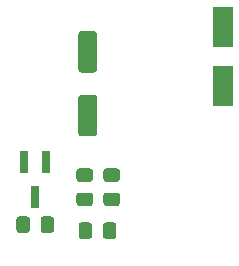
<source format=gbr>
%TF.GenerationSoftware,KiCad,Pcbnew,(5.1.9)-1*%
%TF.CreationDate,2021-10-26T11:54:14+02:00*%
%TF.ProjectId,DSMR-esp,44534d52-2d65-4737-902e-6b696361645f,rev?*%
%TF.SameCoordinates,Original*%
%TF.FileFunction,Paste,Top*%
%TF.FilePolarity,Positive*%
%FSLAX46Y46*%
G04 Gerber Fmt 4.6, Leading zero omitted, Abs format (unit mm)*
G04 Created by KiCad (PCBNEW (5.1.9)-1) date 2021-10-26 11:54:14*
%MOMM*%
%LPD*%
G01*
G04 APERTURE LIST*
%ADD10R,0.800000X1.900000*%
%ADD11R,1.800000X3.500000*%
G04 APERTURE END LIST*
D10*
%TO.C,Q1*%
X42037000Y-47728000D03*
X41087000Y-44728000D03*
X42987000Y-44728000D03*
%TD*%
D11*
%TO.C,D1*%
X57912000Y-33314000D03*
X57912000Y-38314000D03*
%TD*%
%TO.C,R4*%
G36*
G01*
X46857500Y-50095999D02*
X46857500Y-50996001D01*
G75*
G02*
X46607501Y-51246000I-249999J0D01*
G01*
X45957499Y-51246000D01*
G75*
G02*
X45707500Y-50996001I0J249999D01*
G01*
X45707500Y-50095999D01*
G75*
G02*
X45957499Y-49846000I249999J0D01*
G01*
X46607501Y-49846000D01*
G75*
G02*
X46857500Y-50095999I0J-249999D01*
G01*
G37*
G36*
G01*
X48907500Y-50095999D02*
X48907500Y-50996001D01*
G75*
G02*
X48657501Y-51246000I-249999J0D01*
G01*
X48007499Y-51246000D01*
G75*
G02*
X47757500Y-50996001I0J249999D01*
G01*
X47757500Y-50095999D01*
G75*
G02*
X48007499Y-49846000I249999J0D01*
G01*
X48657501Y-49846000D01*
G75*
G02*
X48907500Y-50095999I0J-249999D01*
G01*
G37*
%TD*%
%TO.C,C1*%
G36*
G01*
X47032000Y-37150000D02*
X45932000Y-37150000D01*
G75*
G02*
X45682000Y-36900000I0J250000D01*
G01*
X45682000Y-33900000D01*
G75*
G02*
X45932000Y-33650000I250000J0D01*
G01*
X47032000Y-33650000D01*
G75*
G02*
X47282000Y-33900000I0J-250000D01*
G01*
X47282000Y-36900000D01*
G75*
G02*
X47032000Y-37150000I-250000J0D01*
G01*
G37*
G36*
G01*
X47032000Y-42550000D02*
X45932000Y-42550000D01*
G75*
G02*
X45682000Y-42300000I0J250000D01*
G01*
X45682000Y-39300000D01*
G75*
G02*
X45932000Y-39050000I250000J0D01*
G01*
X47032000Y-39050000D01*
G75*
G02*
X47282000Y-39300000I0J-250000D01*
G01*
X47282000Y-42300000D01*
G75*
G02*
X47032000Y-42550000I-250000J0D01*
G01*
G37*
%TD*%
%TO.C,R3*%
G36*
G01*
X48063999Y-47313000D02*
X48964001Y-47313000D01*
G75*
G02*
X49214000Y-47562999I0J-249999D01*
G01*
X49214000Y-48213001D01*
G75*
G02*
X48964001Y-48463000I-249999J0D01*
G01*
X48063999Y-48463000D01*
G75*
G02*
X47814000Y-48213001I0J249999D01*
G01*
X47814000Y-47562999D01*
G75*
G02*
X48063999Y-47313000I249999J0D01*
G01*
G37*
G36*
G01*
X48063999Y-45263000D02*
X48964001Y-45263000D01*
G75*
G02*
X49214000Y-45512999I0J-249999D01*
G01*
X49214000Y-46163001D01*
G75*
G02*
X48964001Y-46413000I-249999J0D01*
G01*
X48063999Y-46413000D01*
G75*
G02*
X47814000Y-46163001I0J249999D01*
G01*
X47814000Y-45512999D01*
G75*
G02*
X48063999Y-45263000I249999J0D01*
G01*
G37*
%TD*%
%TO.C,R2*%
G36*
G01*
X45777999Y-47313000D02*
X46678001Y-47313000D01*
G75*
G02*
X46928000Y-47562999I0J-249999D01*
G01*
X46928000Y-48213001D01*
G75*
G02*
X46678001Y-48463000I-249999J0D01*
G01*
X45777999Y-48463000D01*
G75*
G02*
X45528000Y-48213001I0J249999D01*
G01*
X45528000Y-47562999D01*
G75*
G02*
X45777999Y-47313000I249999J0D01*
G01*
G37*
G36*
G01*
X45777999Y-45263000D02*
X46678001Y-45263000D01*
G75*
G02*
X46928000Y-45512999I0J-249999D01*
G01*
X46928000Y-46163001D01*
G75*
G02*
X46678001Y-46413000I-249999J0D01*
G01*
X45777999Y-46413000D01*
G75*
G02*
X45528000Y-46163001I0J249999D01*
G01*
X45528000Y-45512999D01*
G75*
G02*
X45777999Y-45263000I249999J0D01*
G01*
G37*
%TD*%
%TO.C,R1*%
G36*
G01*
X42487000Y-50488001D02*
X42487000Y-49587999D01*
G75*
G02*
X42736999Y-49338000I249999J0D01*
G01*
X43387001Y-49338000D01*
G75*
G02*
X43637000Y-49587999I0J-249999D01*
G01*
X43637000Y-50488001D01*
G75*
G02*
X43387001Y-50738000I-249999J0D01*
G01*
X42736999Y-50738000D01*
G75*
G02*
X42487000Y-50488001I0J249999D01*
G01*
G37*
G36*
G01*
X40437000Y-50488001D02*
X40437000Y-49587999D01*
G75*
G02*
X40686999Y-49338000I249999J0D01*
G01*
X41337001Y-49338000D01*
G75*
G02*
X41587000Y-49587999I0J-249999D01*
G01*
X41587000Y-50488001D01*
G75*
G02*
X41337001Y-50738000I-249999J0D01*
G01*
X40686999Y-50738000D01*
G75*
G02*
X40437000Y-50488001I0J249999D01*
G01*
G37*
%TD*%
M02*

</source>
